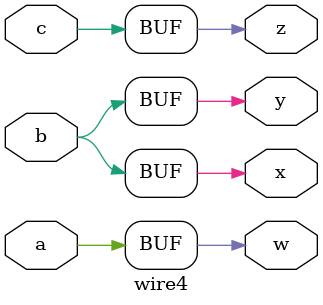
<source format=v>
module wire4( 
	input a,
	input b,
	input c,
	output w,
	output x,
	output y,
	output z 
);
    
	assign w = a;
	assign x = b;
	assign y = b;
	assign z = c;

endmodule

</source>
